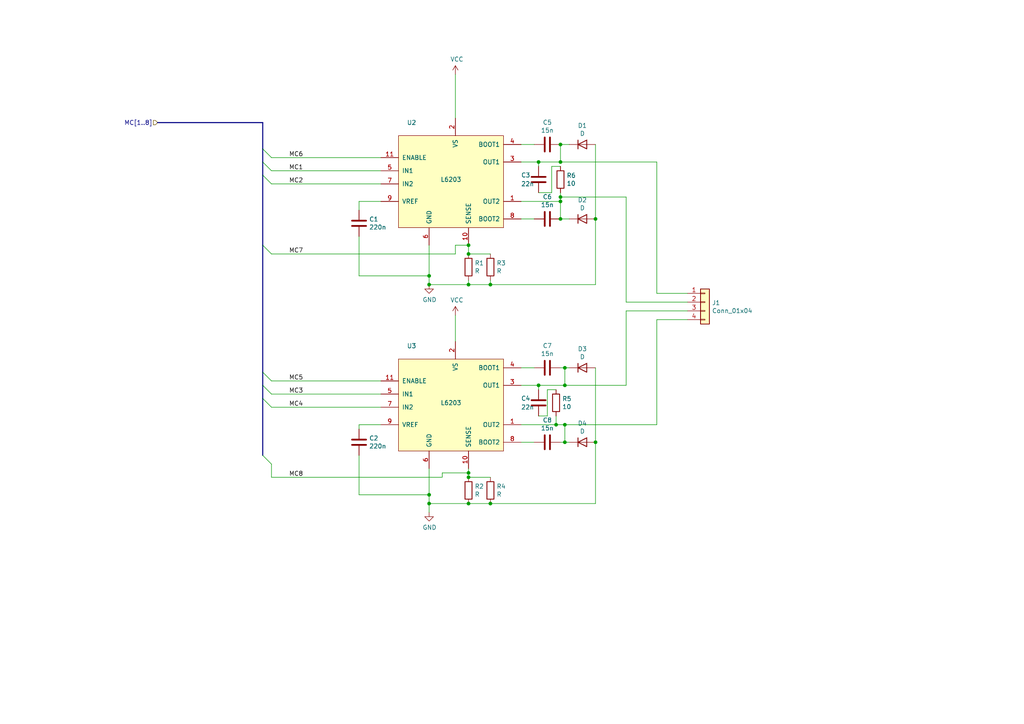
<source format=kicad_sch>
(kicad_sch (version 20211123) (generator eeschema)
  (paper "A4")
  (lib_symbols
    (symbol "Connector_Generic:Conn_01x04" (pin_names (offset 1.016) hide)
      (property "Reference" "J" (at 0 5.08 0))
      (property "Value" "Conn_01x04" (at 0 -7.62 0))
      (symbol "Conn_01x04_1_1"
        (rectangle (start -1.27 -4.953) (end 0 -5.207) (stroke (width 0.1524)))
        (rectangle (start -1.27 -2.413) (end 0 -2.667) (stroke (width 0.1524)))
        (rectangle (start -1.27 0.127) (end 0 -0.127) (stroke (width 0.1524)))
        (rectangle (start -1.27 2.667) (end 0 2.413) (stroke (width 0.1524)))
        (rectangle (start -1.27 3.81) (end 1.27 -6.35) (stroke (width 0.254)) (fill (type background)))
        (pin passive line (at -5.08 2.54 0) (length 3.81) (name "Pin_1") (number "1"))
        (pin passive line (at -5.08 0 0) (length 3.81) (name "Pin_2") (number "2"))
        (pin passive line (at -5.08 -2.54 0) (length 3.81) (name "Pin_3") (number "3"))
        (pin passive line (at -5.08 -5.08 0) (length 3.81) (name "Pin_4") (number "4"))
      )
    )
    (symbol "Device:C" (pin_numbers hide) (pin_names (offset 0.254))
      (property "Reference" "C" (at 0.635 2.54 0))
      (property "Value" "C" (at 0.635 -2.54 0))
      (symbol "C_0_1"
        (polyline (pts (xy -2.032 -0.762) (xy 2.032 -0.762)) (stroke (width 0.508)))
        (polyline (pts (xy -2.032 0.762) (xy 2.032 0.762)) (stroke (width 0.508)))
      )
      (symbol "C_1_1"
        (pin passive line (at 0 3.81 270) (length 2.794) (name "~") (number "1"))
        (pin passive line (at 0 -3.81 90) (length 2.794) (name "~") (number "2"))
      )
    )
    (symbol "Device:D" (pin_numbers hide) (pin_names (offset 1.016) hide)
      (property "Reference" "D" (at 0 2.54 0))
      (property "Value" "D" (at 0 -2.54 0))
      (symbol "D_0_1"
        (polyline (pts (xy -1.27 1.27) (xy -1.27 -1.27)) (stroke (width 0.254)))
        (polyline (pts (xy 1.27 0) (xy -1.27 0)))
        (polyline (pts (xy 1.27 1.27) (xy 1.27 -1.27) (xy -1.27 0) (xy 1.27 1.27)) (stroke (width 0.254)))
      )
      (symbol "D_1_1"
        (pin passive line (at -3.81 0 0) (length 2.54) (name "K") (number "1"))
        (pin passive line (at 3.81 0 180) (length 2.54) (name "A") (number "2"))
      )
    )
    (symbol "Device:R" (pin_numbers hide) (pin_names (offset 0))
      (property "Reference" "R" (at 2.032 0 90))
      (property "Value" "R" (at 0 0 90))
      (symbol "R_0_1"
        (rectangle (start -1.016 -2.54) (end 1.016 2.54) (stroke (width 0.254)))
      )
      (symbol "R_1_1"
        (pin passive line (at 0 3.81 270) (length 1.27) (name "~") (number "1"))
        (pin passive line (at 0 -3.81 90) (length 1.27) (name "~") (number "2"))
      )
    )
    (symbol "l6203dualmotordrive-rescue:L6203-ST-L6203" (pin_names (offset 1.016))
      (property "Reference" "U" (at -12.7 13.97 0))
      (property "Value" "L6203-ST-L6203" (at -11.43 16.51 0))
      (symbol "L6203-ST-L6203_0_1"
        (rectangle (start -15.24 12.7) (end 15.24 -13.97) (fill (type background)))
      )
      (symbol "L6203-ST-L6203_1_1"
        (pin output line (at 20.32 -6.35 180) (length 5.08) (name "OUT2") (number "1"))
        (pin output line (at 5.08 -19.05 90) (length 5.08) (name "SENSE") (number "10"))
        (pin input line (at -20.32 6.35 0) (length 5.08) (name "ENABLE") (number "11"))
        (pin power_in line (at 1.27 17.78 270) (length 5.08) (name "VS") (number "2"))
        (pin output line (at 20.32 5.08 180) (length 5.08) (name "OUT1") (number "3"))
        (pin input line (at 20.32 10.16 180) (length 5.08) (name "BOOT1") (number "4"))
        (pin input line (at -20.32 2.54 0) (length 5.08) (name "IN1") (number "5"))
        (pin power_in line (at -6.35 -19.05 90) (length 5.08) (name "GND") (number "6"))
        (pin input line (at -20.32 -1.27 0) (length 5.08) (name "IN2") (number "7"))
        (pin input line (at 20.32 -11.43 180) (length 5.08) (name "BOOT2") (number "8"))
        (pin power_out line (at -20.32 -6.35 0) (length 5.08) (name "VREF") (number "9"))
      )
    )
    (symbol "power:GND" (power) (pin_names (offset 0))
      (property "Value" "GND" (at 0 -3.81 0))
      (symbol "GND_0_1"
        (polyline (pts (xy 0 0) (xy 0 -1.27) (xy 1.27 -1.27) (xy 0 -2.54) (xy -1.27 -1.27) (xy 0 -1.27)))
      )
      (symbol "GND_1_1"
        (pin power_in line (at 0 0 270) (length 0) hide (name "GND") (number "1"))
      )
    )
    (symbol "power:VCC" (power) (pin_names (offset 0))
      (property "Value" "VCC" (at 0 3.81 0))
      (symbol "VCC_0_1"
        (polyline (pts (xy -0.762 1.27) (xy 0 2.54)))
        (polyline (pts (xy 0 0) (xy 0 2.54)))
        (polyline (pts (xy 0 2.54) (xy 0.762 1.27)))
      )
      (symbol "VCC_1_1"
        (pin power_in line (at 0 0 90) (length 0) hide (name "VCC") (number "1"))
      )
    )
  )
  (junction (at 135.89 82.55))
  (junction (at 163.83 128.27))
  (junction (at 135.89 138.43))
  (junction (at 142.24 82.55))
  (junction (at 124.46 146.05))
  (junction (at 172.72 128.27))
  (junction (at 135.89 146.05))
  (junction (at 163.83 106.68))
  (junction (at 162.56 46.99))
  (junction (at 142.24 146.05))
  (junction (at 162.56 41.91))
  (junction (at 163.83 123.19))
  (junction (at 172.72 63.5))
  (junction (at 156.21 46.99))
  (junction (at 135.89 71.12))
  (junction (at 135.89 137.16))
  (junction (at 135.89 73.66))
  (junction (at 162.56 58.42))
  (junction (at 124.46 80.01))
  (junction (at 163.83 111.76))
  (junction (at 124.46 143.51))
  (junction (at 124.46 82.55))
  (junction (at 162.56 63.5))
  (junction (at 156.21 111.76))
  (junction (at 161.29 123.19))
  (junction (at 162.56 57.15))
  (bus_entry (at 76.2 107.95) (size 2.54 2.54))
  (bus_entry (at 76.2 71.12) (size 2.54 2.54))
  (bus_entry (at 76.2 111.76) (size 2.54 2.54))
  (bus_entry (at 76.2 43.18) (size 2.54 2.54))
  (bus_entry (at 76.2 46.99) (size 2.54 2.54))
  (bus_entry (at 76.2 115.57) (size 2.54 2.54))
  (bus_entry (at 76.2 50.8) (size 2.54 2.54))
  (bus_entry (at 76.2 132.08) (size 2.54 2.54))
  (wire (pts (xy 181.61 57.15) (xy 162.56 57.15)))
  (bus (pts (xy 76.2 71.12) (xy 76.2 107.95)))
  (wire (pts (xy 154.94 63.5) (xy 151.13 63.5)))
  (wire (pts (xy 142.24 146.05) (xy 172.72 146.05)))
  (wire (pts (xy 124.46 146.05) (xy 124.46 148.59)))
  (wire (pts (xy 78.74 118.11) (xy 110.49 118.11)))
  (wire (pts (xy 181.61 111.76) (xy 163.83 111.76)))
  (wire (pts (xy 142.24 82.55) (xy 172.72 82.55)))
  (wire (pts (xy 190.5 85.09) (xy 190.5 46.99)))
  (wire (pts (xy 151.13 41.91) (xy 154.94 41.91)))
  (wire (pts (xy 124.46 80.01) (xy 124.46 82.55)))
  (wire (pts (xy 128.27 137.16) (xy 128.27 138.43)))
  (wire (pts (xy 172.72 128.27) (xy 172.72 106.68)))
  (wire (pts (xy 78.74 138.43) (xy 78.74 134.62)))
  (wire (pts (xy 151.13 128.27) (xy 154.94 128.27)))
  (wire (pts (xy 104.14 123.19) (xy 104.14 124.46)))
  (wire (pts (xy 156.21 46.99) (xy 156.21 48.26)))
  (wire (pts (xy 162.56 58.42) (xy 162.56 57.15)))
  (bus (pts (xy 76.2 50.8) (xy 76.2 71.12)))
  (wire (pts (xy 163.83 128.27) (xy 163.83 123.19)))
  (bus (pts (xy 76.2 46.99) (xy 76.2 50.8)))
  (wire (pts (xy 110.49 58.42) (xy 104.14 58.42)))
  (wire (pts (xy 104.14 58.42) (xy 104.14 60.96)))
  (wire (pts (xy 135.89 81.28) (xy 135.89 82.55)))
  (wire (pts (xy 172.72 82.55) (xy 172.72 63.5)))
  (wire (pts (xy 163.83 123.19) (xy 161.29 123.19)))
  (wire (pts (xy 158.75 113.03) (xy 161.29 113.03)))
  (wire (pts (xy 110.49 114.3) (xy 78.74 114.3)))
  (wire (pts (xy 160.02 48.26) (xy 162.56 48.26)))
  (wire (pts (xy 151.13 123.19) (xy 161.29 123.19)))
  (wire (pts (xy 151.13 46.99) (xy 156.21 46.99)))
  (wire (pts (xy 162.56 63.5) (xy 162.56 58.42)))
  (wire (pts (xy 163.83 128.27) (xy 165.1 128.27)))
  (wire (pts (xy 78.74 110.49) (xy 110.49 110.49)))
  (wire (pts (xy 156.21 111.76) (xy 156.21 113.03)))
  (wire (pts (xy 190.5 92.71) (xy 190.5 123.19)))
  (wire (pts (xy 163.83 128.27) (xy 162.56 128.27)))
  (wire (pts (xy 162.56 41.91) (xy 165.1 41.91)))
  (wire (pts (xy 104.14 143.51) (xy 124.46 143.51)))
  (wire (pts (xy 135.89 137.16) (xy 128.27 137.16)))
  (wire (pts (xy 142.24 82.55) (xy 135.89 82.55)))
  (wire (pts (xy 161.29 123.19) (xy 161.29 120.65)))
  (wire (pts (xy 151.13 106.68) (xy 154.94 106.68)))
  (wire (pts (xy 156.21 55.88) (xy 160.02 55.88)))
  (bus (pts (xy 76.2 111.76) (xy 76.2 115.57)))
  (bus (pts (xy 76.2 115.57) (xy 76.2 132.08)))
  (wire (pts (xy 156.21 120.65) (xy 158.75 120.65)))
  (wire (pts (xy 132.08 21.59) (xy 132.08 34.29)))
  (wire (pts (xy 160.02 55.88) (xy 160.02 48.26)))
  (wire (pts (xy 199.39 90.17) (xy 181.61 90.17)))
  (wire (pts (xy 124.46 135.89) (xy 124.46 143.51)))
  (wire (pts (xy 190.5 46.99) (xy 162.56 46.99)))
  (wire (pts (xy 181.61 87.63) (xy 181.61 57.15)))
  (wire (pts (xy 162.56 46.99) (xy 162.56 41.91)))
  (wire (pts (xy 142.24 138.43) (xy 135.89 138.43)))
  (wire (pts (xy 199.39 87.63) (xy 181.61 87.63)))
  (wire (pts (xy 135.89 82.55) (xy 124.46 82.55)))
  (wire (pts (xy 181.61 90.17) (xy 181.61 111.76)))
  (wire (pts (xy 190.5 123.19) (xy 163.83 123.19)))
  (bus (pts (xy 45.72 35.56) (xy 76.2 35.56)))
  (wire (pts (xy 142.24 146.05) (xy 135.89 146.05)))
  (wire (pts (xy 78.74 73.66) (xy 132.08 73.66)))
  (wire (pts (xy 151.13 58.42) (xy 162.56 58.42)))
  (wire (pts (xy 151.13 111.76) (xy 156.21 111.76)))
  (wire (pts (xy 124.46 143.51) (xy 124.46 146.05)))
  (wire (pts (xy 132.08 91.44) (xy 132.08 99.06)))
  (wire (pts (xy 78.74 45.72) (xy 110.49 45.72)))
  (wire (pts (xy 135.89 137.16) (xy 135.89 135.89)))
  (wire (pts (xy 124.46 71.12) (xy 124.46 80.01)))
  (wire (pts (xy 156.21 111.76) (xy 163.83 111.76)))
  (wire (pts (xy 78.74 53.34) (xy 110.49 53.34)))
  (wire (pts (xy 128.27 138.43) (xy 78.74 138.43)))
  (wire (pts (xy 104.14 80.01) (xy 124.46 80.01)))
  (wire (pts (xy 110.49 123.19) (xy 104.14 123.19)))
  (wire (pts (xy 135.89 146.05) (xy 124.46 146.05)))
  (wire (pts (xy 135.89 138.43) (xy 135.89 137.16)))
  (bus (pts (xy 76.2 107.95) (xy 76.2 111.76)))
  (wire (pts (xy 104.14 143.51) (xy 104.14 132.08)))
  (bus (pts (xy 76.2 43.18) (xy 76.2 46.99)))
  (wire (pts (xy 104.14 80.01) (xy 104.14 68.58)))
  (wire (pts (xy 162.56 63.5) (xy 165.1 63.5)))
  (wire (pts (xy 199.39 92.71) (xy 190.5 92.71)))
  (wire (pts (xy 163.83 111.76) (xy 163.83 106.68)))
  (wire (pts (xy 172.72 63.5) (xy 172.72 41.91)))
  (wire (pts (xy 172.72 146.05) (xy 172.72 128.27)))
  (wire (pts (xy 132.08 71.12) (xy 135.89 71.12)))
  (wire (pts (xy 78.74 49.53) (xy 110.49 49.53)))
  (wire (pts (xy 158.75 120.65) (xy 158.75 113.03)))
  (wire (pts (xy 199.39 85.09) (xy 190.5 85.09)))
  (wire (pts (xy 132.08 73.66) (xy 132.08 71.12)))
  (wire (pts (xy 163.83 106.68) (xy 165.1 106.68)))
  (wire (pts (xy 162.56 106.68) (xy 163.83 106.68)))
  (wire (pts (xy 162.56 57.15) (xy 162.56 55.88)))
  (wire (pts (xy 156.21 46.99) (xy 162.56 46.99)))
  (bus (pts (xy 76.2 35.56) (xy 76.2 43.18)))
  (wire (pts (xy 135.89 71.12) (xy 135.89 73.66)))
  (wire (pts (xy 142.24 73.66) (xy 135.89 73.66)))
  (wire (pts (xy 142.24 81.28) (xy 142.24 82.55)))
  (label "MC1" (at 83.82 49.53 0))
  (label "MC7" (at 83.82 73.66 0))
  (label "MC8" (at 83.82 138.43 0))
  (label "MC4" (at 83.82 118.11 0))
  (label "MC6" (at 83.82 45.72 0))
  (label "MC5" (at 83.82 110.49 0))
  (label "MC2" (at 83.82 53.34 0))
  (label "MC3" (at 83.82 114.3 0))
  (hierarchical_label "MC[1..8]" (shape input) (at 45.72 35.56 180))
  (symbol (lib_id "Device:C") (at 158.75 41.91 270) (unit 1)
    (property "Reference" "C5" (at 158.75 35.5092 90))
    (property "Value" "15n" (at 158.75 37.8206 90))
    (property "Footprint" "Capacitors_SMD:C_1206" (effects hide))
  )
  (symbol (lib_id "Device:C") (at 158.75 63.5 270) (unit 1)
    (property "Reference" "C6" (at 158.75 57.0992 90))
    (property "Value" "15n" (at 158.75 59.4106 90))
    (property "Footprint" "Capacitors_SMD:C_1206" (effects hide))
  )
  (symbol (lib_id "Device:C") (at 158.75 106.68 270) (unit 1)
    (property "Reference" "C7" (at 158.75 100.2792 90))
    (property "Value" "15n" (at 158.75 102.5906 90))
    (property "Footprint" "Capacitors_SMD:C_1206" (effects hide))
  )
  (symbol (lib_id "Device:C") (at 158.75 128.27 270) (unit 1)
    (property "Reference" "C8" (at 158.75 121.8692 90))
    (property "Value" "15n" (at 158.75 124.1806 90))
    (property "Footprint" "Capacitors_SMD:C_1206" (effects hide))
  )
  (symbol (lib_id "Device:D") (at 168.91 41.91 0) (unit 1)
    (property "Reference" "D1" (at 168.91 36.4236 0))
    (property "Value" "D" (at 168.91 38.735 0))
    (property "Footprint" "Diodes_THT:D_DO-15_P12.70mm_Horizontal" (effects hide))
  )
  (symbol (lib_id "Device:D") (at 168.91 63.5 0) (unit 1)
    (property "Reference" "D2" (at 168.91 58.0136 0))
    (property "Value" "D" (at 168.91 60.325 0))
    (property "Footprint" "Diodes_THT:D_DO-15_P12.70mm_Horizontal" (effects hide))
  )
  (symbol (lib_id "Device:D") (at 168.91 106.68 0) (unit 1)
    (property "Reference" "D3" (at 168.91 101.1936 0))
    (property "Value" "D" (at 168.91 103.505 0))
    (property "Footprint" "Diodes_THT:D_DO-15_P12.70mm_Horizontal" (effects hide))
  )
  (symbol (lib_id "Device:D") (at 168.91 128.27 0) (unit 1)
    (property "Reference" "D4" (at 168.91 122.7836 0))
    (property "Value" "D" (at 168.91 125.095 0))
    (property "Footprint" "Diodes_THT:D_DO-15_P12.70mm_Horizontal" (effects hide))
  )
  (symbol (lib_id "Device:C") (at 156.21 52.07 180) (unit 1)
    (property "Reference" "C3" (at 151.13 50.8 0) (effects (justify right)))
    (property "Value" "22n" (at 151.13 53.34 0) (effects (justify right)))
    (property "Footprint" "Capacitors_THT:C_Axial_L12.0mm_D6.5mm_P15.00mm_Horizontal" (effects hide))
  )
  (symbol (lib_id "Device:R") (at 162.56 52.07 0) (unit 1)
    (property "Reference" "R6" (at 164.338 50.9016 0) (effects (justify left)))
    (property "Value" "10" (at 164.338 53.213 0) (effects (justify left)))
    (property "Footprint" "Resistors_SMD:R_2512" (effects hide))
  )
  (symbol (lib_id "Device:C") (at 156.21 116.84 180) (unit 1)
    (property "Reference" "C4" (at 151.13 115.57 0) (effects (justify right)))
    (property "Value" "22n" (at 151.13 118.11 0) (effects (justify right)))
    (property "Footprint" "Capacitors_THT:C_Axial_L12.0mm_D6.5mm_P15.00mm_Horizontal" (effects hide))
  )
  (symbol (lib_id "Device:R") (at 161.29 116.84 0) (unit 1)
    (property "Reference" "R5" (at 163.068 115.6716 0) (effects (justify left)))
    (property "Value" "10" (at 163.068 117.983 0) (effects (justify left)))
    (property "Footprint" "Resistors_SMD:R_2512" (effects hide))
  )
  (symbol (lib_id "power:GND") (at 124.46 82.55 0) (unit 1)
    (property "Reference" "#PWR0101" (effects hide))
    (property "Value" "GND" (at 124.587 86.9442 0))
  )
  (symbol (lib_id "power:GND") (at 124.46 148.59 0) (unit 1)
    (property "Reference" "#PWR0102" (effects hide))
    (property "Value" "GND" (at 124.587 152.9842 0))
  )
  (symbol (lib_id "Device:R") (at 135.89 142.24 0) (unit 1)
    (property "Reference" "R2" (at 137.668 141.0716 0) (effects (justify left)))
    (property "Value" "R" (at 137.668 143.383 0) (effects (justify left)))
    (property "Footprint" "Resistors_SMD:R_2512" (effects hide))
  )
  (symbol (lib_id "Device:R") (at 142.24 142.24 0) (unit 1)
    (property "Reference" "R4" (at 144.018 141.0716 0) (effects (justify left)))
    (property "Value" "R" (at 144.018 143.383 0) (effects (justify left)))
    (property "Footprint" "Resistors_SMD:R_2512" (effects hide))
  )
  (symbol (lib_id "Device:R") (at 135.89 77.47 0) (unit 1)
    (property "Reference" "R1" (at 137.668 76.3016 0) (effects (justify left)))
    (property "Value" "R" (at 137.668 78.613 0) (effects (justify left)))
    (property "Footprint" "Resistors_SMD:R_2512" (effects hide))
  )
  (symbol (lib_id "Device:R") (at 142.24 77.47 0) (unit 1)
    (property "Reference" "R3" (at 144.018 76.3016 0) (effects (justify left)))
    (property "Value" "R" (at 144.018 78.613 0) (effects (justify left)))
    (property "Footprint" "Resistors_SMD:R_2512" (effects hide))
  )
  (symbol (lib_id "l6203dualmotordrive-rescue:L6203-ST-L6203") (at 130.81 52.07 0) (unit 1)
    (property "Reference" "U2" (at 119.38 35.56 0))
    (property "Value" "L6203" (at 130.81 52.07 0))
    (property "Footprint" "MikeFootprintLibrary:Multiwatt11" (effects hide))
  )
  (symbol (lib_id "l6203dualmotordrive-rescue:L6203-ST-L6203") (at 130.81 116.84 0) (unit 1)
    (property "Reference" "U3" (at 119.38 100.33 0))
    (property "Value" "L6203" (at 130.81 116.84 0))
    (property "Footprint" "MikeFootprintLibrary:Multiwatt11" (effects hide))
  )
  (symbol (lib_id "Device:C") (at 104.14 64.77 0) (unit 1)
    (property "Reference" "C1" (at 107.061 63.6016 0) (effects (justify left)))
    (property "Value" "220n" (at 107.061 65.913 0) (effects (justify left)))
    (property "Footprint" "Capacitors_SMD:C_1206" (effects hide))
  )
  (symbol (lib_id "Device:C") (at 104.14 128.27 0) (unit 1)
    (property "Reference" "C2" (at 107.061 127.1016 0) (effects (justify left)))
    (property "Value" "220n" (at 107.061 129.413 0) (effects (justify left)))
    (property "Footprint" "Capacitors_SMD:C_1206" (effects hide))
  )
  (symbol (lib_id "Connector_Generic:Conn_01x04") (at 204.47 87.63 0) (unit 1)
    (property "Reference" "J1" (at 206.502 87.8332 0) (effects (justify left)))
    (property "Value" "Conn_01x04" (at 206.502 90.1446 0) (effects (justify left)))
    (property "Footprint" "TerminalBlocks_Phoenix:TerminalBlock_Phoenix_PT-3.5mm_4pol" (effects hide))
  )
  (symbol (lib_id "power:VCC") (at 132.08 21.59 0) (unit 1)
    (property "Reference" "#PWR0109" (effects hide))
    (property "Value" "VCC" (at 132.5118 17.1958 0))
  )
  (symbol (lib_id "power:VCC") (at 132.08 91.44 0) (unit 1)
    (property "Reference" "#PWR0127" (effects hide))
    (property "Value" "VCC" (at 132.5118 87.0458 0))
  )
)
</source>
